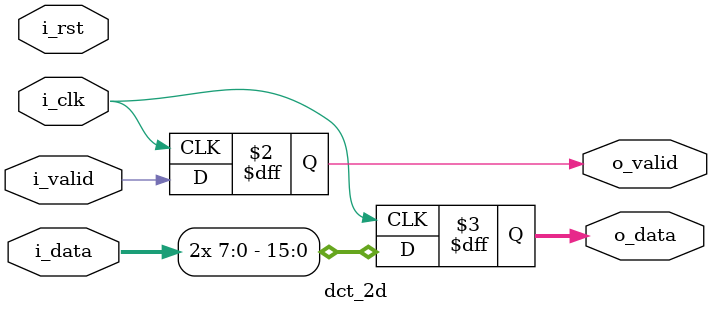
<source format=sv>
`timescale 1 ns / 1 ns
module dct_2d #(
    parameter DATA_WIDTH_IN = 8,
    parameter DATA_WIDTH_OUT = 16
)
(
        input i_clk,
        input i_rst,
        input i_valid,
        input [DATA_WIDTH_IN-1:0] i_data,
        output logic o_valid,
        output logic [DATA_WIDTH_OUT-1:0] o_data
    );

    always @(posedge i_clk) begin
        o_data <= {i_data, i_data};		// Just a dummy assignement. Replace with your code.
        o_valid <= i_valid;             // Just a dummy assignement. Replace with your code.
    end
    
endmodule


</source>
